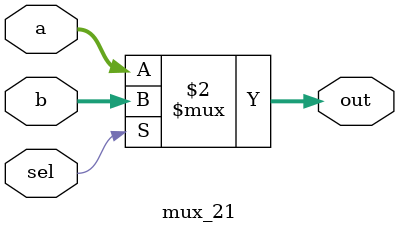
<source format=v>
module mux_21(a, b, sel, out);
	parameter WIDTH = 8;
	
	input [WIDTH-1:0] a, b;
	input sel;
	output [WIDTH-1:0] out;
	
	assign out = (sel == 0) ? a : b;

endmodule
</source>
